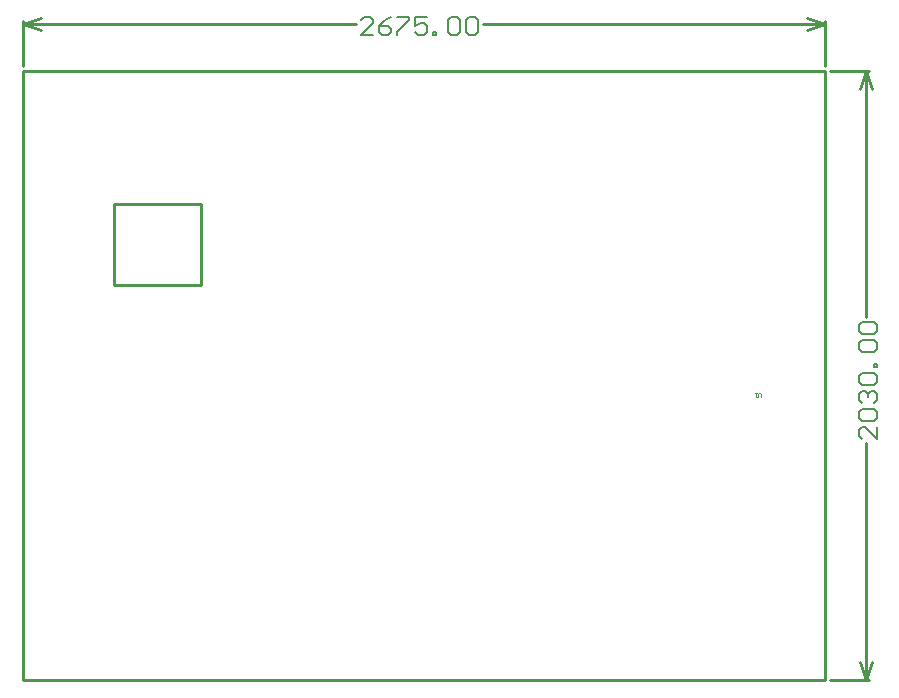
<source format=gm1>
G04*
G04 #@! TF.GenerationSoftware,Altium Limited,Altium Designer,20.1.12 (249)*
G04*
G04 Layer_Color=16711935*
%FSLAX25Y25*%
%MOIN*%
G70*
G04*
G04 #@! TF.SameCoordinates,4DEFB819-F1CA-47B0-AC9B-A980181B1EFC*
G04*
G04*
G04 #@! TF.FilePolarity,Positive*
G04*
G01*
G75*
%ADD12C,0.01000*%
%ADD18C,0.00600*%
%ADD111C,0.00236*%
D12*
X153000Y267600D02*
Y294600D01*
Y267600D02*
X182000D01*
X153000Y294600D02*
X182000D01*
Y267600D02*
Y294600D01*
X122500Y136000D02*
X390000Y136000D01*
Y339000D01*
X122500D02*
X390000D01*
X122500Y136000D02*
X122500Y339000D01*
Y354500D02*
X128500Y356500D01*
X122500Y354500D02*
X128500Y352500D01*
X384000D02*
X390000Y354500D01*
X384000Y356500D02*
X390000Y354500D01*
X122500D02*
X233556D01*
X275744D02*
X390000D01*
X122500Y340500D02*
Y355500D01*
X390000Y340500D02*
Y355500D01*
X403500Y339000D02*
X405500Y333000D01*
X401500D02*
X403500Y339000D01*
X401500Y142000D02*
X403500Y136000D01*
X405500Y142000D01*
X403500Y256994D02*
Y339000D01*
Y136000D02*
Y214806D01*
X391500Y339000D02*
X404500D01*
X391500Y136000D02*
X404500D01*
D18*
X239155Y350901D02*
X235156D01*
X239155Y354900D01*
Y355899D01*
X238155Y356899D01*
X236156D01*
X235156Y355899D01*
X245153Y356899D02*
X243154Y355899D01*
X241154Y353900D01*
Y351901D01*
X242154Y350901D01*
X244153D01*
X245153Y351901D01*
Y352900D01*
X244153Y353900D01*
X241154D01*
X247152Y356899D02*
X251151D01*
Y355899D01*
X247152Y351901D01*
Y350901D01*
X257149Y356899D02*
X253151D01*
Y353900D01*
X255150Y354900D01*
X256150D01*
X257149Y353900D01*
Y351901D01*
X256150Y350901D01*
X254150D01*
X253151Y351901D01*
X259149Y350901D02*
Y351901D01*
X260148D01*
Y350901D01*
X259149D01*
X264147Y355899D02*
X265147Y356899D01*
X267146D01*
X268146Y355899D01*
Y351901D01*
X267146Y350901D01*
X265147D01*
X264147Y351901D01*
Y355899D01*
X270145D02*
X271145Y356899D01*
X273144D01*
X274144Y355899D01*
Y351901D01*
X273144Y350901D01*
X271145D01*
X270145Y351901D01*
Y355899D01*
X407099Y220405D02*
Y216406D01*
X403100Y220405D01*
X402101D01*
X401101Y219405D01*
Y217406D01*
X402101Y216406D01*
Y222404D02*
X401101Y223404D01*
Y225403D01*
X402101Y226403D01*
X406099D01*
X407099Y225403D01*
Y223404D01*
X406099Y222404D01*
X402101D01*
Y228402D02*
X401101Y229402D01*
Y231401D01*
X402101Y232401D01*
X403100D01*
X404100Y231401D01*
Y230402D01*
Y231401D01*
X405100Y232401D01*
X406099D01*
X407099Y231401D01*
Y229402D01*
X406099Y228402D01*
X402101Y234401D02*
X401101Y235400D01*
Y237400D01*
X402101Y238399D01*
X406099D01*
X407099Y237400D01*
Y235400D01*
X406099Y234401D01*
X402101D01*
X407099Y240399D02*
X406099D01*
Y241398D01*
X407099D01*
Y240399D01*
X402101Y245397D02*
X401101Y246397D01*
Y248396D01*
X402101Y249396D01*
X406099D01*
X407099Y248396D01*
Y246397D01*
X406099Y245397D01*
X402101D01*
Y251395D02*
X401101Y252395D01*
Y254394D01*
X402101Y255394D01*
X406099D01*
X407099Y254394D01*
Y252395D01*
X406099Y251395D01*
X402101D01*
D111*
X368500Y230122D02*
Y231270D01*
X368270Y231500D01*
X367811D01*
X367582Y231270D01*
Y230122D01*
X367123Y231500D02*
X366663D01*
X366893D01*
Y230122D01*
X367123Y230352D01*
M02*

</source>
